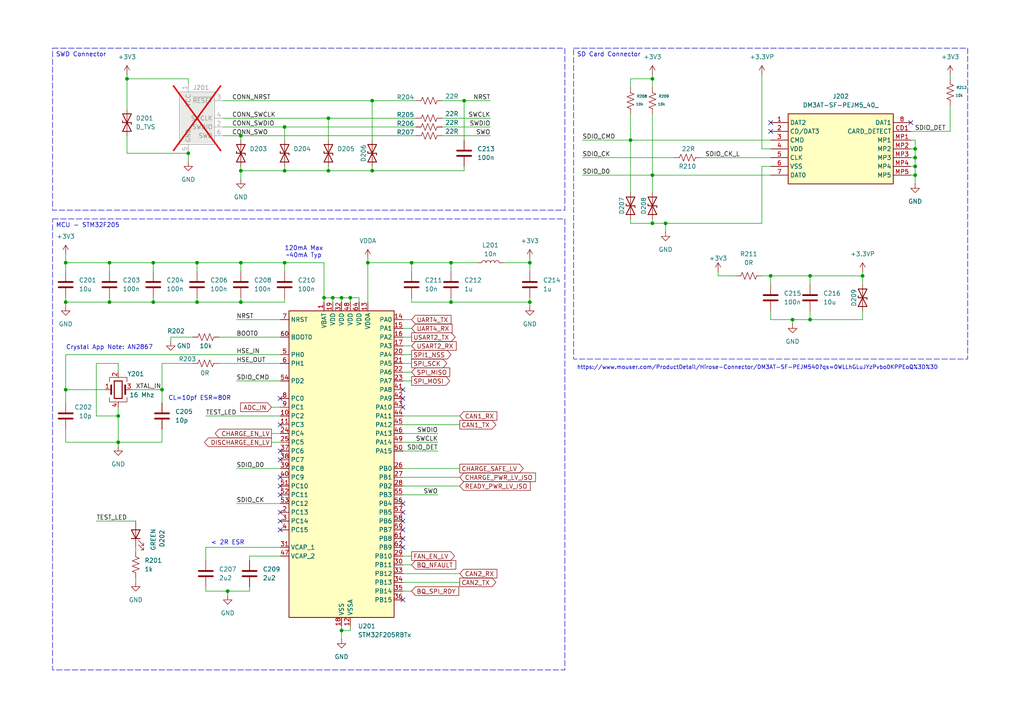
<source format=kicad_sch>
(kicad_sch (version 20231120) (generator "eeschema") (generator_version "8.0")
  (paper "A4")
  (title_block (title "STM32 Layout") (date "2025-01-10") (rev "A") (company "FSAE LSU") (comment 1 "Jacob Parent ") (comment 2 "parent.jacob7@protonmail.com"))
  (lib_symbols
    (symbol "Connector:Conn_ARM_SWD_TagConnect_TC2030" (in_bom no)
      (property "Reference" "J" (at 2.54 11.43 0))
      (property "Value" "Conn_ARM_SWD_TagConnect_TC2030" (at 5.08 8.89 0))
      (symbol "Conn_ARM_SWD_TagConnect_TC2030_0_0"
        (pin power_in line (at -2.54 10.16 270) (length 2.54) (name "VCC") (number "1"))
        (pin bidirectional line (at 7.62 -2.54 180) (length 2.54) (name "SWDIO") (number "2"))
        (pin open_collector line (at 7.62 5.08 180) (length 2.54) (name "~{RESET}") (number "3"))
        (pin output line (at 7.62 0 180) (length 2.54) (name "SWCLK") (number "4"))
        (pin power_in line (at -2.54 -10.16 90) (length 2.54) (name "GND") (number "5"))
        (pin input line (at 7.62 -5.08 180) (length 2.54) (name "SWO") (number "6"))
      )
    )
    (symbol "Device:C" (pin_numbers hide) (pin_names (offset 0.254))
      (property "Reference" "C" (at 0.635 2.54 0))
      (property "Value" "C" (at 0.635 -2.54 0))
      (symbol "C_1_1"
        (pin passive line (at 0 3.81 270) (length 2.794) (name "~") (number "1"))
        (pin passive line (at 0 -3.81 90) (length 2.794) (name "~") (number "2"))
      )
    )
    (symbol "Device:Crystal_GND24" (pin_names (offset 1.016) hide)
      (property "Reference" "Y" (at 3.175 5.08 0))
      (property "Value" "Crystal_GND24" (at 3.175 3.175 0))
      (symbol "Crystal_GND24_1_1"
        (pin passive line (at -3.81 0 0) (length 1.27) (name "1") (number "1"))
        (pin passive line (at 0 5.08 270) (length 1.27) (name "2") (number "2"))
        (pin passive line (at 3.81 0 180) (length 1.27) (name "3") (number "3"))
        (pin passive line (at 0 -5.08 90) (length 1.27) (name "4") (number "4"))
      )
    )
    (symbol "Device:D_TVS" (pin_numbers hide) (pin_names (offset 1.016) hide)
      (property "Reference" "D" (at 0 2.54 0))
      (property "Value" "D_TVS" (at 0 -2.54 0))
      (symbol "D_TVS_1_1"
        (pin passive line (at -3.81 0 0) (length 2.54) (name "A1") (number "1"))
        (pin passive line (at 3.81 0 180) (length 2.54) (name "A2") (number "2"))
      )
    )
    (symbol "Device:L" (pin_numbers hide) (pin_names (offset 1.016) hide)
      (property "Reference" "L201" (at 5.08 0 90))
      (property "Value" "10n" (at 2.54 0 90))
      (symbol "L_1_1"
        (pin power_out line (at 0 3.81 270) (length 1.27) (name "1") (number "1"))
        (pin power_in line (at 0 -3.81 90) (length 1.27) (name "2") (number "2"))
      )
    )
    (symbol "Device:LED" (pin_numbers hide) (pin_names (offset 1.016) hide)
      (property "Reference" "D" (at 0 2.54 0))
      (property "Value" "LED" (at 0 -2.54 0))
      (symbol "LED_1_1"
        (pin passive line (at -3.81 0 0) (length 2.54) (name "K") (number "1"))
        (pin passive line (at 3.81 0 180) (length 2.54) (name "A") (number "2"))
      )
    )
    (symbol "Device:R_US" (pin_numbers hide) (pin_names (offset 0))
      (property "Reference" "R" (at 2.54 0 90))
      (property "Value" "R_US" (at -2.54 0 90))
      (symbol "R_US_1_1"
        (pin passive line (at 0 3.81 270) (length 1.27) (name "~") (number "1"))
        (pin passive line (at 0 -3.81 90) (length 1.27) (name "~") (number "2"))
      )
    )
    (symbol "MCU_ST_STM32F2:STM32F205RBTx"
      (property "Reference" "U" (at -15.24 46.99 0))
      (property "Value" "STM32F205RBTx" (at 10.16 46.99 0))
      (symbol "STM32F205RBTx_1_1"
        (pin power_in line (at -5.08 48.26 270) (length 2.54) (name "VBAT") (number "1"))
        (pin bidirectional line (at -17.78 15.24 0) (length 2.54) (name "PC2") (number "10"))
        (pin bidirectional line (at -17.78 12.7 0) (length 2.54) (name "PC3") (number "11"))
        (pin power_in line (at 2.54 -45.72 90) (length 2.54) (name "VSSA") (number "12"))
        (pin power_in line (at 7.62 48.26 270) (length 2.54) (name "VDDA") (number "13"))
        (pin bidirectional line (at 17.78 43.18 180) (length 2.54) (name "PA0") (number "14"))
        (pin bidirectional line (at 17.78 40.64 180) (length 2.54) (name "PA1") (number "15"))
        (pin bidirectional line (at 17.78 38.1 180) (length 2.54) (name "PA2") (number "16"))
        (pin bidirectional line (at 17.78 35.56 180) (length 2.54) (name "PA3") (number "17"))
        (pin power_in line (at 0 -45.72 90) (length 2.54) (name "VSS") (number "18"))
        (pin power_in line (at -2.54 48.26 270) (length 2.54) (name "VDD") (number "19"))
        (pin bidirectional line (at -17.78 -12.7 0) (length 2.54) (name "PC13") (number "2"))
        (pin bidirectional line (at 17.78 33.02 180) (length 2.54) (name "PA4") (number "20"))
        (pin bidirectional line (at 17.78 30.48 180) (length 2.54) (name "PA5") (number "21"))
        (pin bidirectional line (at 17.78 27.94 180) (length 2.54) (name "PA6") (number "22"))
        (pin bidirectional line (at 17.78 25.4 180) (length 2.54) (name "PA7") (number "23"))
        (pin bidirectional line (at -17.78 10.16 0) (length 2.54) (name "PC4") (number "24"))
        (pin bidirectional line (at -17.78 7.62 0) (length 2.54) (name "PC5") (number "25"))
        (pin bidirectional line (at 17.78 0 180) (length 2.54) (name "PB0") (number "26"))
        (pin bidirectional line (at 17.78 -2.54 180) (length 2.54) (name "PB1") (number "27"))
        (pin bidirectional line (at 17.78 -5.08 180) (length 2.54) (name "PB2") (number "28"))
        (pin bidirectional line (at 17.78 -25.4 180) (length 2.54) (name "PB10") (number "29"))
        (pin bidirectional line (at -17.78 -15.24 0) (length 2.54) (name "PC14") (number "3"))
        (pin bidirectional line (at 17.78 -27.94 180) (length 2.54) (name "PB11") (number "30"))
        (pin power_out line (at -17.78 -22.86 0) (length 2.54) (name "VCAP_1") (number "31"))
        (pin power_in line (at 0 48.26 270) (length 2.54) (name "VDD") (number "32"))
        (pin bidirectional line (at 17.78 -30.48 180) (length 2.54) (name "PB12") (number "33"))
        (pin bidirectional line (at 17.78 -33.02 180) (length 2.54) (name "PB13") (number "34"))
        (pin bidirectional line (at 17.78 -35.56 180) (length 2.54) (name "PB14") (number "35"))
        (pin bidirectional line (at 17.78 -38.1 180) (length 2.54) (name "PB15") (number "36"))
        (pin bidirectional line (at -17.78 5.08 0) (length 2.54) (name "PC6") (number "37"))
        (pin bidirectional line (at -17.78 2.54 0) (length 2.54) (name "PC7") (number "38"))
        (pin bidirectional line (at -17.78 0 0) (length 2.54) (name "PC8") (number "39"))
        (pin bidirectional line (at -17.78 -17.78 0) (length 2.54) (name "PC15") (number "4"))
        (pin bidirectional line (at -17.78 -2.54 0) (length 2.54) (name "PC9") (number "40"))
        (pin bidirectional line (at 17.78 22.86 180) (length 2.54) (name "PA8") (number "41"))
        (pin bidirectional line (at 17.78 20.32 180) (length 2.54) (name "PA9") (number "42"))
        (pin bidirectional line (at 17.78 17.78 180) (length 2.54) (name "PA10") (number "43"))
        (pin bidirectional line (at 17.78 15.24 180) (length 2.54) (name "PA11") (number "44"))
        (pin bidirectional line (at 17.78 12.7 180) (length 2.54) (name "PA12") (number "45"))
        (pin bidirectional line (at 17.78 10.16 180) (length 2.54) (name "PA13") (number "46"))
        (pin power_out line (at -17.78 -25.4 0) (length 2.54) (name "VCAP_2") (number "47"))
        (pin power_in line (at 2.54 48.26 270) (length 2.54) (name "VDD") (number "48"))
        (pin bidirectional line (at 17.78 7.62 180) (length 2.54) (name "PA14") (number "49"))
        (pin bidirectional line (at -17.78 33.02 0) (length 2.54) (name "PH0") (number "5"))
        (pin bidirectional line (at 17.78 5.08 180) (length 2.54) (name "PA15") (number "50"))
        (pin bidirectional line (at -17.78 -5.08 0) (length 2.54) (name "PC10") (number "51"))
        (pin bidirectional line (at -17.78 -7.62 0) (length 2.54) (name "PC11") (number "52"))
        (pin bidirectional line (at -17.78 -10.16 0) (length 2.54) (name "PC12") (number "53"))
        (pin bidirectional line (at -17.78 25.4 0) (length 2.54) (name "PD2") (number "54"))
        (pin bidirectional line (at 17.78 -7.62 180) (length 2.54) (name "PB3") (number "55"))
        (pin bidirectional line (at 17.78 -10.16 180) (length 2.54) (name "PB4") (number "56"))
        (pin bidirectional line (at 17.78 -12.7 180) (length 2.54) (name "PB5") (number "57"))
        (pin bidirectional line (at 17.78 -15.24 180) (length 2.54) (name "PB6") (number "58"))
        (pin bidirectional line (at 17.78 -17.78 180) (length 2.54) (name "PB7") (number "59"))
        (pin bidirectional line (at -17.78 30.48 0) (length 2.54) (name "PH1") (number "6"))
        (pin input line (at -17.78 38.1 0) (length 2.54) (name "BOOT0") (number "60"))
        (pin bidirectional line (at 17.78 -20.32 180) (length 2.54) (name "PB8") (number "61"))
        (pin bidirectional line (at 17.78 -22.86 180) (length 2.54) (name "PB9") (number "62"))
        (pin passive line (at 0 -45.72 90) (length 2.54) hide (name "VSS") (number "63"))
        (pin power_in line (at 5.08 48.26 270) (length 2.54) (name "VDD") (number "64"))
        (pin input line (at -17.78 43.18 0) (length 2.54) (name "NRST") (number "7"))
        (pin bidirectional line (at -17.78 20.32 0) (length 2.54) (name "PC0") (number "8"))
        (pin bidirectional line (at -17.78 17.78 0) (length 2.54) (name "PC1") (number "9"))
      )
    )
    (symbol "R_US_1" (pin_numbers hide) (pin_names (offset 0))
      (property "Reference" "R214" (at 2.54 1.2701 0))
      (property "Value" "1M" (at 2.54 -1.2699 0))
      (symbol "R_US_1_1_1"
        (pin passive line (at 0 3.81 270) (length 1.27) (name "~") (number "1"))
        (pin power_out line (at 0 -3.81 90) (length 1.27) (name "~") (number "2"))
      )
    )
    (symbol "SDIO:DM3AT-SF-PEJM5_40_"
      (property "Reference" "J" (at 36.83 7.62 0))
      (property "Value" "DM3AT-SF-PEJM5_40_" (at 36.83 5.08 0))
      (symbol "DM3AT-SF-PEJM5_40__1_1"
        (pin passive line (at 0 0 0) (length 5.08) (name "DAT2") (number "1"))
        (pin passive line (at 0 -2.54 0) (length 5.08) (name "CD/DAT3") (number "2"))
        (pin passive line (at 0 -5.08 0) (length 5.08) (name "CMD") (number "3"))
        (pin passive line (at 0 -7.62 0) (length 5.08) (name "VDD") (number "4"))
        (pin passive line (at 0 -10.16 0) (length 5.08) (name "CLK") (number "5"))
        (pin passive line (at 0 -12.7 0) (length 5.08) (name "VSS") (number "6"))
        (pin passive line (at 0 -15.24 0) (length 5.08) (name "DAT0") (number "7"))
        (pin passive line (at 40.64 0 180) (length 5.08) (name "DAT1") (number "8"))
        (pin passive line (at 40.64 -2.54 180) (length 5.08) (name "CARD_DETECT") (number "CD1"))
        (pin passive line (at 40.64 -5.08 180) (length 5.08) (name "MP1") (number "MP1"))
        (pin passive line (at 40.64 -7.62 180) (length 5.08) (name "MP2") (number "MP2"))
        (pin passive line (at 40.64 -10.16 180) (length 5.08) (name "MP3") (number "MP3"))
        (pin passive line (at 40.64 -12.7 180) (length 5.08) (name "MP4") (number "MP4"))
        (pin passive line (at 40.64 -15.24 180) (length 5.08) (name "MP5") (number "MP5"))
      )
    )
    (symbol "power:+3.3VP" (power) (pin_numbers hide) (pin_names (offset 0) hide)
      (property "Value" "+3.3VP" (at 0 3.556 0))
      (symbol "+3.3VP_0_0"
        (pin power_in line (at 0 0 90) (length 0) (name "~") (number "1"))
      )
    )
    (symbol "power:+3V3" (power) (pin_numbers hide) (pin_names (offset 0) hide)
      (property "Value" "+3V3" (at 0 3.556 0))
      (symbol "+3V3_1_1"
        (pin power_in line (at 0 0 90) (length 0) (name "~") (number "1"))
      )
    )
    (symbol "power:GND" (power) (pin_numbers hide) (pin_names (offset 0) hide)
      (property "Value" "GND" (at 0 -3.81 0))
      (symbol "GND_1_1"
        (pin power_in line (at 0 0 270) (length 0) (name "~") (number "1"))
      )
    )
    (symbol "power:VDDA" (power) (pin_numbers hide) (pin_names (offset 0) hide)
      (property "Value" "VDDA" (at 0 3.556 0))
      (symbol "VDDA_1_1"
        (pin power_in line (at 0 0 90) (length 0) (name "~") (number "1"))
      )
    )
  )
  (junction (at 182.88 40.64))
  (junction (at 54.61 44.45))
  (junction (at 234.95 92.71))
  (junction (at 130.81 87.63))
  (junction (at 34.29 128.27))
  (junction (at 69.85 39.37))
  (junction (at 99.06 182.88))
  (junction (at 46.99 113.03))
  (junction (at 106.68 76.2))
  (junction (at 95.25 49.53))
  (junction (at 93.98 86.36))
  (junction (at 31.75 76.2))
  (junction (at 234.95 80.01))
  (junction (at 250.19 80.01))
  (junction (at 82.55 76.2))
  (junction (at 19.05 87.63))
  (junction (at 82.55 49.53))
  (junction (at 223.52 80.01))
  (junction (at 44.45 76.2))
  (junction (at 189.23 64.77))
  (junction (at 130.81 76.2))
  (junction (at 44.45 87.63))
  (junction (at 57.15 87.63))
  (junction (at 153.67 87.63))
  (junction (at 66.04 171.45))
  (junction (at 82.55 36.83))
  (junction (at 101.6 86.36))
  (junction (at 265.43 45.72))
  (junction (at 19.05 113.03))
  (junction (at 36.83 22.86))
  (junction (at 189.23 50.8))
  (junction (at 107.95 49.53))
  (junction (at 31.75 87.63))
  (junction (at 69.85 76.2))
  (junction (at 119.38 76.2))
  (junction (at 229.87 92.71))
  (junction (at 69.85 87.63))
  (junction (at 34.29 120.65))
  (junction (at 265.43 43.18))
  (junction (at 96.52 86.36))
  (junction (at 134.62 29.21))
  (junction (at 19.05 76.2))
  (junction (at 99.06 86.36))
  (junction (at 57.15 76.2))
  (junction (at 265.43 48.26))
  (junction (at 95.25 34.29))
  (junction (at 107.95 29.21))
  (junction (at 193.04 64.77))
  (junction (at 189.23 22.86))
  (junction (at 153.67 76.2))
  (junction (at 265.43 50.8))
  (junction (at 69.85 49.53))
  (no_connect (at 81.28 130.81))
  (no_connect (at 81.28 153.67))
  (no_connect (at 81.28 151.13))
  (no_connect (at 81.28 123.19))
  (no_connect (at 81.28 133.35))
  (no_connect (at 264.16 35.56))
  (no_connect (at 223.52 38.1))
  (no_connect (at 81.28 140.97))
  (no_connect (at 81.28 148.59))
  (no_connect (at 116.84 115.57))
  (no_connect (at 116.84 151.13))
  (no_connect (at 81.28 138.43))
  (no_connect (at 116.84 173.99))
  (no_connect (at 116.84 118.11))
  (no_connect (at 116.84 146.05))
  (no_connect (at 116.84 113.03))
  (no_connect (at 116.84 158.75))
  (no_connect (at 116.84 156.21))
  (no_connect (at 116.84 148.59))
  (no_connect (at 223.52 35.56))
  (no_connect (at 81.28 143.51))
  (no_connect (at 116.84 153.67))
  (no_connect (at 81.28 115.57))
  (wire (pts (xy 182.88 40.64) (xy 223.52 40.64)))
  (wire (pts (xy 106.68 74.93) (xy 106.68 76.2)))
  (wire (pts (xy 220.98 43.18) (xy 223.52 43.18)))
  (wire (pts (xy 234.95 80.01) (xy 250.19 80.01)))
  (wire (pts (xy 106.68 87.63) (xy 106.68 76.2)))
  (wire (pts (xy 223.52 92.71) (xy 223.52 90.17)))
  (wire (pts (xy 27.94 120.65) (xy 34.29 120.65)))
  (wire (pts (xy 116.84 105.41) (xy 119.38 105.41)))
  (wire (pts (xy 19.05 88.9) (xy 19.05 87.63)))
  (wire (pts (xy 36.83 21.59) (xy 36.83 22.86)))
  (wire (pts (xy 99.06 182.88) (xy 101.6 182.88)))
  (wire (pts (xy 93.98 86.36) (xy 93.98 87.63)))
  (wire (pts (xy 220.98 48.26) (xy 223.52 48.26)))
  (wire (pts (xy 96.52 86.36) (xy 96.52 87.63)))
  (wire (pts (xy 99.06 181.61) (xy 99.06 182.88)))
  (wire (pts (xy 107.95 49.53) (xy 107.95 48.26)))
  (wire (pts (xy 69.85 39.37) (xy 69.85 40.64)))
  (wire (pts (xy 134.62 40.64) (xy 134.62 29.21)))
  (wire (pts (xy 49.53 97.79) (xy 55.88 97.79)))
  (wire (pts (xy 64.77 36.83) (xy 82.55 36.83)))
  (wire (pts (xy 116.84 92.71) (xy 119.38 92.71)))
  (wire (pts (xy 54.61 44.45) (xy 36.83 44.45)))
  (wire (pts (xy 68.58 92.71) (xy 81.28 92.71)))
  (wire (pts (xy 66.04 171.45) (xy 59.69 171.45)))
  (wire (pts (xy 59.69 162.56) (xy 59.69 158.75)))
  (wire (pts (xy 82.55 76.2) (xy 82.55 78.74)))
  (wire (pts (xy 220.98 21.59) (xy 220.98 43.18)))
  (wire (pts (xy 96.52 86.36) (xy 99.06 86.36)))
  (wire (pts (xy 182.88 22.86) (xy 182.88 25.4)))
  (wire (pts (xy 153.67 88.9) (xy 153.67 87.63)))
  (wire (pts (xy 46.99 113.03) (xy 46.99 116.84)))
  (wire (pts (xy 19.05 76.2) (xy 19.05 78.74)))
  (wire (pts (xy 82.55 87.63) (xy 82.55 86.36)))
  (wire (pts (xy 69.85 39.37) (xy 120.65 39.37)))
  (wire (pts (xy 57.15 76.2) (xy 57.15 78.74)))
  (wire (pts (xy 128.27 39.37) (xy 142.24 39.37)))
  (wire (pts (xy 153.67 86.36) (xy 153.67 87.63)))
  (wire (pts (xy 189.23 22.86) (xy 189.23 25.4)))
  (wire (pts (xy 189.23 33.02) (xy 189.23 50.8)))
  (wire (pts (xy 101.6 86.36) (xy 104.14 86.36)))
  (wire (pts (xy 119.38 163.83) (xy 116.84 163.83)))
  (wire (pts (xy 134.62 49.53) (xy 134.62 48.26)))
  (wire (pts (xy 93.98 76.2) (xy 93.98 86.36)))
  (wire (pts (xy 34.29 120.65) (xy 34.29 128.27)))
  (wire (pts (xy 72.39 161.29) (xy 81.28 161.29)))
  (wire (pts (xy 107.95 29.21) (xy 120.65 29.21)))
  (wire (pts (xy 189.23 50.8) (xy 189.23 55.88)))
  (wire (pts (xy 116.84 97.79) (xy 119.38 97.79)))
  (wire (pts (xy 116.84 107.95) (xy 119.38 107.95)))
  (wire (pts (xy 66.04 172.72) (xy 66.04 171.45)))
  (wire (pts (xy 44.45 76.2) (xy 44.45 78.74)))
  (wire (pts (xy 82.55 87.63) (xy 69.85 87.63)))
  (wire (pts (xy 223.52 80.01) (xy 234.95 80.01)))
  (wire (pts (xy 63.5 105.41) (xy 81.28 105.41)))
  (wire (pts (xy 203.2 45.72) (xy 223.52 45.72)))
  (wire (pts (xy 78.74 125.73) (xy 81.28 125.73)))
  (wire (pts (xy 54.61 46.99) (xy 54.61 44.45)))
  (wire (pts (xy 68.58 146.05) (xy 81.28 146.05)))
  (wire (pts (xy 66.04 171.45) (xy 72.39 171.45)))
  (wire (pts (xy 19.05 87.63) (xy 31.75 87.63)))
  (wire (pts (xy 82.55 36.83) (xy 82.55 40.64)))
  (wire (pts (xy 134.62 29.21) (xy 142.24 29.21)))
  (wire (pts (xy 250.19 80.01) (xy 250.19 82.55)))
  (wire (pts (xy 119.38 78.74) (xy 119.38 76.2)))
  (wire (pts (xy 95.25 34.29) (xy 120.65 34.29)))
  (wire (pts (xy 19.05 113.03) (xy 19.05 116.84)))
  (wire (pts (xy 34.29 105.41) (xy 27.94 105.41)))
  (wire (pts (xy 69.85 49.53) (xy 69.85 52.07)))
  (wire (pts (xy 46.99 105.41) (xy 46.99 113.03)))
  (wire (pts (xy 250.19 78.74) (xy 250.19 80.01)))
  (wire (pts (xy 116.84 166.37) (xy 133.35 166.37)))
  (wire (pts (xy 106.68 76.2) (xy 119.38 76.2)))
  (wire (pts (xy 69.85 49.53) (xy 69.85 48.26)))
  (wire (pts (xy 82.55 49.53) (xy 82.55 48.26)))
  (wire (pts (xy 95.25 49.53) (xy 95.25 48.26)))
  (wire (pts (xy 182.88 22.86) (xy 189.23 22.86)))
  (wire (pts (xy 153.67 76.2) (xy 153.67 78.74)))
  (wire (pts (xy 34.29 128.27) (xy 46.99 128.27)))
  (wire (pts (xy 128.27 36.83) (xy 142.24 36.83)))
  (wire (pts (xy 64.77 29.21) (xy 107.95 29.21)))
  (wire (pts (xy 119.38 87.63) (xy 130.81 87.63)))
  (wire (pts (xy 93.98 86.36) (xy 96.52 86.36)))
  (wire (pts (xy 146.05 76.2) (xy 153.67 76.2)))
  (wire (pts (xy 57.15 87.63) (xy 69.85 87.63)))
  (wire (pts (xy 31.75 76.2) (xy 44.45 76.2)))
  (wire (pts (xy 34.29 107.95) (xy 34.29 105.41)))
  (wire (pts (xy 116.84 138.43) (xy 133.35 138.43)))
  (wire (pts (xy 95.25 34.29) (xy 95.25 40.64)))
  (wire (pts (xy 99.06 86.36) (xy 99.06 87.63)))
  (wire (pts (xy 46.99 105.41) (xy 55.88 105.41)))
  (wire (pts (xy 265.43 40.64) (xy 265.43 43.18)))
  (wire (pts (xy 44.45 86.36) (xy 44.45 87.63)))
  (wire (pts (xy 119.38 76.2) (xy 130.81 76.2)))
  (wire (pts (xy 116.84 161.29) (xy 119.38 161.29)))
  (wire (pts (xy 189.23 64.77) (xy 193.04 64.77)))
  (wire (pts (xy 116.84 128.27) (xy 127 128.27)))
  (wire (pts (xy 107.95 49.53) (xy 134.62 49.53)))
  (wire (pts (xy 229.87 92.71) (xy 229.87 93.98)))
  (wire (pts (xy 19.05 76.2) (xy 31.75 76.2)))
  (wire (pts (xy 82.55 76.2) (xy 93.98 76.2)))
  (wire (pts (xy 275.59 21.59) (xy 275.59 22.86)))
  (wire (pts (xy 182.88 64.77) (xy 182.88 63.5)))
  (wire (pts (xy 130.81 76.2) (xy 138.43 76.2)))
  (wire (pts (xy 99.06 182.88) (xy 99.06 185.42)))
  (wire (pts (xy 265.43 50.8) (xy 264.16 50.8)))
  (wire (pts (xy 64.77 34.29) (xy 95.25 34.29)))
  (wire (pts (xy 31.75 87.63) (xy 31.75 86.36)))
  (wire (pts (xy 34.29 118.11) (xy 34.29 120.65)))
  (wire (pts (xy 168.91 40.64) (xy 182.88 40.64)))
  (wire (pts (xy 101.6 182.88) (xy 101.6 181.61)))
  (wire (pts (xy 168.91 50.8) (xy 189.23 50.8)))
  (wire (pts (xy 82.55 49.53) (xy 95.25 49.53)))
  (wire (pts (xy 54.61 22.86) (xy 54.61 24.13)))
  (wire (pts (xy 275.59 30.48) (xy 275.59 38.1)))
  (wire (pts (xy 19.05 86.36) (xy 19.05 87.63)))
  (wire (pts (xy 189.23 50.8) (xy 223.52 50.8)))
  (wire (pts (xy 59.69 120.65) (xy 81.28 120.65)))
  (wire (pts (xy 78.74 128.27) (xy 81.28 128.27)))
  (wire (pts (xy 116.84 125.73) (xy 127 125.73)))
  (wire (pts (xy 116.84 102.87) (xy 119.38 102.87)))
  (wire (pts (xy 193.04 64.77) (xy 193.04 67.31)))
  (wire (pts (xy 128.27 34.29) (xy 142.24 34.29)))
  (wire (pts (xy 44.45 76.2) (xy 57.15 76.2)))
  (wire (pts (xy 69.85 86.36) (xy 69.85 87.63)))
  (wire (pts (xy 78.74 118.11) (xy 81.28 118.11)))
  (wire (pts (xy 59.69 170.18) (xy 59.69 171.45)))
  (wire (pts (xy 220.98 80.01) (xy 223.52 80.01)))
  (wire (pts (xy 19.05 128.27) (xy 19.05 124.46)))
  (wire (pts (xy 193.04 64.77) (xy 220.98 64.77)))
  (wire (pts (xy 264.16 45.72) (xy 265.43 45.72)))
  (wire (pts (xy 38.1 113.03) (xy 46.99 113.03)))
  (wire (pts (xy 234.95 92.71) (xy 229.87 92.71)))
  (wire (pts (xy 107.95 29.21) (xy 107.95 40.64)))
  (wire (pts (xy 220.98 48.26) (xy 220.98 64.77)))
  (wire (pts (xy 116.84 100.33) (xy 119.38 100.33)))
  (wire (pts (xy 130.81 78.74) (xy 130.81 76.2)))
  (wire (pts (xy 27.94 151.13) (xy 39.37 151.13)))
  (wire (pts (xy 116.84 110.49) (xy 119.38 110.49)))
  (wire (pts (xy 36.83 44.45) (xy 36.83 39.37)))
  (wire (pts (xy 119.38 87.63) (xy 119.38 86.36)))
  (wire (pts (xy 133.35 140.97) (xy 116.84 140.97)))
  (wire (pts (xy 264.16 38.1) (xy 275.59 38.1)))
  (wire (pts (xy 116.84 123.19) (xy 133.35 123.19)))
  (wire (pts (xy 265.43 50.8) (xy 265.43 53.34)))
  (wire (pts (xy 49.53 99.06) (xy 49.53 97.79)))
  (wire (pts (xy 27.94 105.41) (xy 27.94 120.65)))
  (wire (pts (xy 36.83 22.86) (xy 36.83 31.75)))
  (wire (pts (xy 64.77 39.37) (xy 69.85 39.37)))
  (wire (pts (xy 116.84 168.91) (xy 133.35 168.91)))
  (wire (pts (xy 208.28 78.74) (xy 208.28 80.01)))
  (wire (pts (xy 101.6 86.36) (xy 101.6 87.63)))
  (wire (pts (xy 69.85 76.2) (xy 69.85 78.74)))
  (wire (pts (xy 265.43 43.18) (xy 265.43 45.72)))
  (wire (pts (xy 116.84 120.65) (xy 133.35 120.65)))
  (wire (pts (xy 119.38 95.25) (xy 116.84 95.25)))
  (wire (pts (xy 39.37 158.75) (xy 39.37 160.02)))
  (wire (pts (xy 128.27 29.21) (xy 134.62 29.21)))
  (wire (pts (xy 223.52 80.01) (xy 223.52 82.55)))
  (wire (pts (xy 69.85 49.53) (xy 82.55 49.53)))
  (wire (pts (xy 234.95 80.01) (xy 234.95 82.55)))
  (wire (pts (xy 46.99 128.27) (xy 46.99 124.46)))
  (wire (pts (xy 57.15 86.36) (xy 57.15 87.63)))
  (wire (pts (xy 39.37 167.64) (xy 39.37 168.91)))
  (wire (pts (xy 130.81 87.63) (xy 153.67 87.63)))
  (wire (pts (xy 264.16 40.64) (xy 265.43 40.64)))
  (wire (pts (xy 208.28 80.01) (xy 213.36 80.01)))
  (wire (pts (xy 82.55 36.83) (xy 120.65 36.83)))
  (wire (pts (xy 57.15 76.2) (xy 69.85 76.2)))
  (wire (pts (xy 182.88 40.64) (xy 182.88 55.88)))
  (wire (pts (xy 189.23 64.77) (xy 189.23 63.5)))
  (wire (pts (xy 182.88 33.02) (xy 182.88 40.64)))
  (wire (pts (xy 72.39 162.56) (xy 72.39 161.29)))
  (wire (pts (xy 34.29 129.54) (xy 34.29 128.27)))
  (wire (pts (xy 68.58 135.89) (xy 81.28 135.89)))
  (wire (pts (xy 234.95 92.71) (xy 234.95 90.17)))
  (wire (pts (xy 116.84 135.89) (xy 133.35 135.89)))
  (wire (pts (xy 95.25 49.53) (xy 107.95 49.53)))
  (wire (pts (xy 234.95 92.71) (xy 250.19 92.71)))
  (wire (pts (xy 19.05 128.27) (xy 34.29 128.27)))
  (wire (pts (xy 116.84 143.51) (xy 127 143.51)))
  (wire (pts (xy 182.88 64.77) (xy 189.23 64.77)))
  (wire (pts (xy 116.84 130.81) (xy 127 130.81)))
  (wire (pts (xy 116.84 171.45) (xy 119.38 171.45)))
  (wire (pts (xy 168.91 45.72) (xy 195.58 45.72)))
  (wire (pts (xy 30.48 113.03) (xy 19.05 113.03)))
  (wire (pts (xy 19.05 113.03) (xy 19.05 102.87)))
  (wire (pts (xy 19.05 102.87) (xy 81.28 102.87)))
  (wire (pts (xy 36.83 22.86) (xy 54.61 22.86)))
  (wire (pts (xy 104.14 86.36) (xy 104.14 87.63)))
  (wire (pts (xy 250.19 92.71) (xy 250.19 90.17)))
  (wire (pts (xy 19.05 73.66) (xy 19.05 76.2)))
  (wire (pts (xy 99.06 86.36) (xy 101.6 86.36)))
  (wire (pts (xy 31.75 76.2) (xy 31.75 78.74)))
  (wire (pts (xy 189.23 21.59) (xy 189.23 22.86)))
  (wire (pts (xy 265.43 48.26) (xy 265.43 50.8)))
  (wire (pts (xy 44.45 87.63) (xy 57.15 87.63)))
  (wire (pts (xy 31.75 87.63) (xy 44.45 87.63)))
  (wire (pts (xy 153.67 74.93) (xy 153.67 76.2)))
  (wire (pts (xy 69.85 76.2) (xy 82.55 76.2)))
  (wire (pts (xy 63.5 97.79) (xy 81.28 97.79)))
  (wire (pts (xy 130.81 87.63) (xy 130.81 86.36)))
  (wire (pts (xy 68.58 110.49) (xy 81.28 110.49)))
  (wire (pts (xy 72.39 170.18) (xy 72.39 171.45)))
  (wire (pts (xy 59.69 158.75) (xy 81.28 158.75)))
  (wire (pts (xy 229.87 92.71) (xy 223.52 92.71)))
  (wire (pts (xy 265.43 45.72) (xy 265.43 48.26)))
  (wire (pts (xy 264.16 43.18) (xy 265.43 43.18)))
  (wire (pts (xy 264.16 48.26) (xy 265.43 48.26)))
  (text_box "SD Card Connector\n" (at 166.37 13.97 0) (size 114.3 90.17) (stroke (width 0) (type dash)) (effects (font (size 1.27 1.27)) (justify left top)))
  (text_box "MCU - STM32F205\n" (at 15.24 63.5 0) (size 148.59 130.81) (stroke (width 0) (type dash)) (effects (font (size 1.27 1.27)) (justify left top)))
  (text_box "SWD Connector" (at 15.24 13.97 0) (size 148.59 46.99) (stroke (width 0) (type dash)) (effects (font (size 1.27 1.27)) (justify left top)))
  (text "Crystal App Note: AN2867\n" (at 31.75 100.838 0) (effects (font (size 1.27 1.27))))
  (text "https://www.mouser.com/ProductDetail/Hirose-Connector/DM3AT-SF-PEJM540?qs=0WLLhGLuJYzPvbo0KPPEoQ%3D%3D" (at 219.71 106.68 0) (effects (font (size 1.143 1.143))))
  (text "120mA Max\n~40mA Typ\n" (at 88.138 73.152 0) (effects (font (size 1.27 1.27))))
  (text "< 2R ESR\n" (at 66.04 157.48 0) (effects (font (size 1.27 1.27))))
  (text "CL=10pf ESR=80R" (at 57.912 115.57 0) (effects (font (size 1.27 1.27))))
  (label "SDIO_CK" (at 68.58 146.05 0))
  (label "HSE_IN" (at 68.58 102.87 0))
  (label "CONN_SWDIO" (at 67.31 36.83 0))
  (label "SWDIO" (at 127 125.73 180))
  (label "TEST_LED" (at 59.69 120.65 0))
  (label "SDIO_DET" (at 127 130.81 180))
  (label "SWCLK" (at 142.24 34.29 180))
  (label "SDIO_CMD" (at 168.91 40.64 0))
  (label "CONN_SWCLK" (at 67.31 34.29 0))
  (label "NRST" (at 68.58 92.71 0))
  (label "XTAL_IN" (at 39.37 113.03 0))
  (label "HSE_OUT" (at 68.58 105.41 0))
  (label "SDIO_DET" (at 274.32 38.1 180))
  (label "SWO" (at 142.24 39.37 180))
  (label "SDIO_CMD" (at 68.58 110.49 0))
  (label "BOOT0" (at 68.58 97.79 0))
  (label "SDIO_D0" (at 168.91 50.8 0))
  (label "SDIO_CK" (at 168.91 45.72 0))
  (label "SDIO_D0" (at 68.58 135.89 0))
  (label "TEST_LED" (at 27.94 151.13 0))
  (label "SWO" (at 127 143.51 180))
  (label "SWDIO" (at 142.24 36.83 180))
  (label "NRST" (at 142.24 29.21 180))
  (label "CONN_SWO" (at 67.31 39.37 0))
  (label "SDIO_CK_L" (at 214.63 45.72 180))
  (label "CONN_NRST" (at 67.31 29.21 0))
  (label "SWCLK" (at 127 128.27 180))
  (global_label "SPI_MOSI" (shape output) (at 119.38 110.49 0) (property "Intersheetrefs" "${INTERSHEET_REFS}" (effects (hide yes))))
  (global_label "CAN1_RX" (shape input) (at 133.35 120.65 0) (property "Intersheetrefs" "${INTERSHEET_REFS}" (effects (hide yes))))
  (global_label "FAN_EN_LV" (shape output) (at 119.38 161.29 0) (property "Intersheetrefs" "${INTERSHEET_REFS}" (effects (hide yes))))
  (global_label "CAN1_TX" (shape output) (at 133.35 123.19 0) (property "Intersheetrefs" "${INTERSHEET_REFS}" (effects (hide yes))))
  (global_label "SPI1_NSS" (shape output) (at 119.38 102.87 0) (property "Intersheetrefs" "${INTERSHEET_REFS}" (effects (hide yes))))
  (global_label "ADC_IN" (shape input) (at 78.74 118.11 180) (property "Intersheetrefs" "${INTERSHEET_REFS}" (effects (hide yes))))
  (global_label "USART2_RX" (shape input) (at 119.38 100.33 0) (property "Intersheetrefs" "${INTERSHEET_REFS}" (effects (hide yes))))
  (global_label "DISCHARGE_EN_LV" (shape output) (at 78.74 128.27 180) (property "Intersheetrefs" "${INTERSHEET_REFS}" (effects (hide yes))))
  (global_label "UART4_TX" (shape input) (at 119.38 92.71 0) (property "Intersheetrefs" "${INTERSHEET_REFS}" (effects (hide yes))))
  (global_label "SPI_MISO" (shape input) (at 119.38 107.95 0) (property "Intersheetrefs" "${INTERSHEET_REFS}" (effects (hide yes))))
  (global_label "CHARGE_SAFE_LV" (shape output) (at 133.35 135.89 0) (property "Intersheetrefs" "${INTERSHEET_REFS}" (effects (hide yes))))
  (global_label "BQ_NFAULT" (shape input) (at 119.38 163.83 0) (property "Intersheetrefs" "${INTERSHEET_REFS}" (effects (hide yes))))
  (global_label "UART4_RX" (shape input) (at 119.38 95.25 0) (property "Intersheetrefs" "${INTERSHEET_REFS}" (effects (hide yes))))
  (global_label "USART2_TX" (shape output) (at 119.38 97.79 0) (property "Intersheetrefs" "${INTERSHEET_REFS}" (effects (hide yes))))
  (global_label "CHARGE_PWR_LV_ISO" (shape input) (at 133.35 138.43 0) (property "Intersheetrefs" "${INTERSHEET_REFS}" (effects (hide yes))))
  (global_label "CAN2_TX" (shape output) (at 133.35 168.91 0) (property "Intersheetrefs" "${INTERSHEET_REFS}" (effects (hide yes))))
  (global_label "BQ_SPI_RDY" (shape input) (at 119.38 171.45 0) (property "Intersheetrefs" "${INTERSHEET_REFS}" (effects (hide yes))))
  (global_label "SPI_SCK" (shape output) (at 119.38 105.41 0) (property "Intersheetrefs" "${INTERSHEET_REFS}" (effects (hide yes))))
  (global_label "CHARGE_EN_LV" (shape output) (at 78.74 125.73 180) (property "Intersheetrefs" "${INTERSHEET_REFS}" (effects (hide yes))))
  (global_label "CAN2_RX" (shape input) (at 133.35 166.37 0) (property "Intersheetrefs" "${INTERSHEET_REFS}" (effects (hide yes))))
  (global_label "READY_PWR_LV_ISO" (shape input) (at 133.35 140.97 0) (property "Intersheetrefs" "${INTERSHEET_REFS}" (effects (hide yes))))
  (symbol (lib_id "power:GND") (at 193.04 67.31 0) (unit 1)
    (property "Reference" "#PWR0215" (effects (hide yes)))
    (property "Value" "GND" (at 193.04 72.39 0))
    (property "Description" "Power symbol creates a global label with name \"GND\" , ground" (effects (hide yes)))
  )
  (symbol (lib_id "Device:D_TVS") (at 69.85 44.45 90) (unit 1)
    (property "Reference" "D203" (at 72.39 43.1799 90) (effects (justify right)))
    (property "Value" "D_TVS" (effects (hide yes)))
    (property "Footprint" "Diode_SMD:D_SOD-323" (effects (hide yes)))
    (property "Description" "Bidirectional transient-voltage-suppression diode" (effects (hide yes)))
    (property "Manufacturer_Part_Number" "PESD3V3L1BA,115" (effects (hide yes)))
  )
  (symbol (lib_id "power:GND") (at 54.61 46.99 0) (unit 1)
    (property "Reference" "#PWR0207" (effects (hide yes)))
    (property "Value" "GND" (at 54.61 52.07 0))
    (property "Description" "Power symbol creates a global label with name \"GND\" , ground" (effects (hide yes)))
  )
  (symbol (lib_id "power:GND") (at 229.87 93.98 0) (unit 1)
    (property "Reference" "#PWR0218" (effects (hide yes)))
    (property "Value" "GND" (at 229.87 99.06 0))
    (property "Description" "Power symbol creates a global label with name \"GND\" , ground" (effects (hide yes)))
  )
  (symbol (lib_name "R_US_1") (lib_id "Device:R_US") (at 217.17 80.01 90) (unit 1)
    (property "Reference" "R211" (at 217.17 73.66 90))
    (property "Value" "0R" (at 217.17 76.2 90))
    (property "Footprint" "Resistor_SMD:R_2512_6332Metric" (effects (hide yes)))
    (property "Description" "Resistor, US symbol" (effects (hide yes)))
    (property "Manufacturer_Part_Number" "25121WJ0000T4E" (effects (hide yes)))
  )
  (symbol (lib_id "Device:D_TVS") (at 36.83 35.56 90) (unit 1)
    (property "Reference" "D201" (at 39.37 34.2899 90) (effects (justify right)))
    (property "Value" "D_TVS" (at 39.37 36.8299 90) (effects (justify right)))
    (property "Footprint" "Diode_SMD:D_SOD-323" (effects (hide yes)))
    (property "Description" "Bidirectional transient-voltage-suppression diode" (effects (hide yes)))
    (property "Manufacturer_Part_Number" "PESD3V3L1BA,115" (effects (hide yes)))
  )
  (symbol (lib_id "Device:R_US") (at 124.46 36.83 90) (unit 1)
    (property "Reference" "R206" (at 117.602 35.814 90))
    (property "Value" "22R" (at 131.064 35.56 90))
    (property "Footprint" "Resistor_SMD:R_0402_1005Metric" (effects (hide yes)))
    (property "Description" "Resistor, US symbol" (effects (hide yes)))
    (property "Manufacturer_Part_Number" "0402WGF220JTCE" (effects (hide yes)))
  )
  (symbol (lib_id "Device:C") (at 234.95 86.36 0) (unit 1)
    (property "Reference" "C216" (at 238.76 85.0899 0) (effects (justify left)))
    (property "Value" "10u" (at 238.76 87.6299 0) (effects (justify left)))
    (property "Footprint" "Capacitor_SMD:C_0603_1608Metric" (effects (hide yes)))
    (property "Description" "Unpolarized capacitor" (effects (hide yes)))
    (property "Manufacturer_Part_Number" "CL10A106KP8NNNC" (effects (hide yes)))
  )
  (symbol (lib_id "MCU_ST_STM32F2:STM32F205RBTx") (at 99.06 135.89 0) (unit 1)
    (property "Reference" "U201" (at 103.7941 181.61 0) (effects (justify left)))
    (property "Value" "STM32F205RBTx" (at 103.7941 184.15 0) (effects (justify left)))
    (property "Footprint" "Package_QFP:LQFP-64_10x10mm_P0.5mm" (effects (hide yes)))
    (property "Datasheet" "https://www.st.com/resource/en/datasheet/stm32f205rb.pdf" (effects (hide yes)))
    (property "Description" "STMicroelectronics Arm Cortex-M3 MCU, 128KB flash, 64KB RAM, 120 MHz, 1.8-3.6V, 51 GPIO, LQFP64" (effects (hide yes)))
    (property "Manufacturer_Part_Number" "STM32F205RBT6" (effects (hide yes)))
  )
  (symbol (lib_id "Device:R_US") (at 59.69 105.41 90) (unit 1)
    (property "Reference" "R203" (at 54.356 104.14 90))
    (property "Value" "0R" (at 59.436 108.204 90))
    (property "Footprint" "Resistor_SMD:R_0402_1005Metric" (effects (hide yes)))
    (property "Description" "Resistor, US symbol" (effects (hide yes)))
    (property "Manufacturer_Part_Number" "0402WGF0000TCE" (effects (hide yes)))
  )
  (symbol (lib_id "Device:C") (at 119.38 82.55 0) (unit 1)
    (property "Reference" "C211" (at 123.19 81.2799 0) (effects (justify left)))
    (property "Value" "10n" (at 123.19 83.8199 0) (effects (justify left)))
    (property "Footprint" "Capacitor_SMD:C_0402_1005Metric" (effects (hide yes)))
    (property "Description" "Unpolarized capacitor" (effects (hide yes)))
    (property "Manufacturer_Part_Number" "CC0402KRX7R9BB103" (effects (hide yes)))
  )
  (symbol (lib_id "power:GND") (at 19.05 88.9 0) (unit 1)
    (property "Reference" "#PWR0202" (effects (hide yes)))
    (property "Value" "GND" (at 19.05 93.98 0))
    (property "Description" "Power symbol creates a global label with name \"GND\" , ground" (effects (hide yes)))
  )
  (symbol (lib_id "power:GND") (at 66.04 172.72 0) (unit 1)
    (property "Reference" "#PWR0208" (effects (hide yes)))
    (property "Value" "GND" (at 66.04 177.8 0))
    (property "Description" "Power symbol creates a global label with name \"GND\" , ground" (effects (hide yes)))
  )
  (symbol (lib_id "Device:C") (at 130.81 82.55 0) (unit 1)
    (property "Reference" "C212" (at 134.62 81.2799 0) (effects (justify left)))
    (property "Value" "1u" (at 134.62 83.8199 0) (effects (justify left)))
    (property "Footprint" "Capacitor_SMD:C_0402_1005Metric" (effects (hide yes)))
    (property "Description" "Unpolarized capacitor" (effects (hide yes)))
    (property "Manufacturer_Part_Number" "CL05A105KO5NNNC" (effects (hide yes)))
  )
  (symbol (lib_id "power:GND") (at 265.43 53.34 0) (unit 1)
    (property "Reference" "#PWR0220" (effects (hide yes)))
    (property "Value" "GND" (at 265.43 58.42 0))
    (property "Description" "Power symbol creates a global label with name \"GND\" , ground" (effects (hide yes)))
  )
  (symbol (lib_id "power:+3V3") (at 36.83 21.59 0) (unit 1)
    (property "Reference" "#PWR0204" (effects (hide yes)))
    (property "Value" "+3V3" (at 36.83 16.51 0))
    (property "Description" "Power symbol creates a global label with name \"+3V3\"" (effects (hide yes)))
  )
  (symbol (lib_id "Device:C") (at 46.99 120.65 0) (unit 1)
    (property "Reference" "C205" (at 50.8 119.3799 0) (effects (justify left)))
    (property "Value" "10p" (at 50.8 121.9199 0) (effects (justify left)))
    (property "Footprint" "Capacitor_SMD:C_0402_1005Metric" (effects (hide yes)))
    (property "Description" "Unpolarized capacitor" (effects (hide yes)))
    (property "Manufacturer_Part_Number" "GRM1555C1H100FA01D" (effects (hide yes)))
  )
  (symbol (lib_id "Device:R_US") (at 182.88 29.21 0) (unit 1)
    (property "Reference" "R208" (at 184.658 27.94 0) (effects (font (size 0.762 0.762)) (justify left)))
    (property "Value" "10k" (at 184.404 30.226 0) (effects (font (size 0.762 0.762)) (justify left)))
    (property "Footprint" "Resistor_SMD:R_0402_1005Metric" (effects (hide yes)))
    (property "Description" "Resistor, US symbol" (effects (hide yes)))
    (property "Manufacturer_Part_Number" "0402WGF1001TCE" (effects (hide yes)))
  )
  (symbol (lib_id "power:GND") (at 69.85 52.07 0) (unit 1)
    (property "Reference" "#PWR0209" (effects (hide yes)))
    (property "Value" "GND" (at 69.85 57.15 0))
    (property "Description" "Power symbol creates a global label with name \"GND\" , ground" (effects (hide yes)))
  )
  (symbol (lib_id "power:GND") (at 39.37 168.91 0) (unit 1)
    (property "Reference" "#PWR0205" (effects (hide yes)))
    (property "Value" "GND" (at 39.37 173.99 0))
    (property "Description" "Power symbol creates a global label with name \"GND\" , ground" (effects (hide yes)))
  )
  (symbol (lib_id "Connector:Conn_ARM_SWD_TagConnect_TC2030") (at 57.15 34.29 0) (unit 1) (in_bom no) (dnp yes)
    (property "Reference" "J201" (at 60.706 25.4 0) (effects (justify right)))
    (property "Value" "Conn_ARM_SWD_TagConnect_TC2030" (effects (hide yes)))
    (property "Footprint" "Connector:Tag-Connect_TC2030-IDC-FP_2x03_P1.27mm_Vertical" (effects (hide yes)))
    (property "Datasheet" "https://www.tag-connect.com/wp-content/uploads/bsk-pdf-manager/TC2030-CTX_1.pdf" (effects (hide yes)))
    (property "Description" "Tag-Connect ARM Cortex SWD JTAG connector, 6 pin" (effects (hide yes)))
  )
  (symbol (lib_id "Device:C") (at 223.52 86.36 0) (unit 1)
    (property "Reference" "C215" (at 227.33 85.0899 0) (effects (justify left)))
    (property "Value" "100n" (at 227.33 87.6299 0) (effects (justify left)))
    (property "Footprint" "Capacitor_SMD:C_0402_1005Metric" (effects (hide yes)))
    (property "Description" "Unpolarized capacitor" (effects (hide yes)))
    (property "Manufacturer_Part_Number" "CL05B104KO5NNNC" (effects (hide yes)))
  )
  (symbol (lib_id "Device:R_US") (at 124.46 29.21 90) (unit 1)
    (property "Reference" "R204" (at 117.602 28.194 90))
    (property "Value" "22R" (at 131.064 27.94 90))
    (property "Footprint" "Resistor_SMD:R_0402_1005Metric" (effects (hide yes)))
    (property "Description" "Resistor, US symbol" (effects (hide yes)))
    (property "Manufacturer_Part_Number" "0402WGF220JTCE" (effects (hide yes)))
  )
  (symbol (lib_id "power:GND") (at 153.67 88.9 0) (unit 1)
    (property "Reference" "#PWR0213" (effects (hide yes)))
    (property "Value" "GND" (at 153.67 93.98 0))
    (property "Description" "Power symbol creates a global label with name \"GND\" , ground" (effects (hide yes)))
  )
  (symbol (lib_id "Device:C") (at 19.05 120.65 0) (unit 1)
    (property "Reference" "C202" (at 21.59 118.11 0) (effects (justify left)))
    (property "Value" "10p" (at 22.86 120.65 0) (effects (justify left)))
    (property "Footprint" "Capacitor_SMD:C_0402_1005Metric" (effects (hide yes)))
    (property "Description" "Unpolarized capacitor" (effects (hide yes)))
    (property "Manufacturer_Part_Number" "GRM1555C1H100FA01D" (effects (hide yes)))
  )
  (symbol (lib_id "Device:R_US") (at 199.39 45.72 90) (unit 1)
    (property "Reference" "R210" (at 199.39 48.26 90))
    (property "Value" "22R" (at 199.644 43.18 90))
    (property "Footprint" "Resistor_SMD:R_0402_1005Metric" (effects (hide yes)))
    (property "Description" "Resistor, US symbol" (effects (hide yes)))
    (property "Manufacturer_Part_Number" "0402WGF220JTCE" (effects (hide yes)))
  )
  (symbol (lib_id "Device:R_US") (at 189.23 29.21 0) (unit 1)
    (property "Reference" "R209" (at 191.008 27.94 0) (effects (font (size 0.762 0.762)) (justify left)))
    (property "Value" "10k" (at 190.754 30.226 0) (effects (font (size 0.762 0.762)) (justify left)))
    (property "Footprint" "Resistor_SMD:R_0402_1005Metric" (effects (hide yes)))
    (property "Description" "Resistor, US symbol" (effects (hide yes)))
    (property "Manufacturer_Part_Number" "0402WGF1001TCE" (effects (hide yes)))
  )
  (symbol (lib_id "power:VDDA") (at 106.68 74.93 0) (unit 1)
    (property "Reference" "#PWR0211" (effects (hide yes)))
    (property "Value" "VDDA" (at 106.68 69.85 0))
    (property "Description" "Power symbol creates a global label with name \"VDDA\"" (effects (hide yes)))
  )
  (symbol (lib_id "Device:LED") (at 39.37 154.94 90) (unit 1)
    (property "Reference" "D202" (at 46.99 156.21 0))
    (property "Value" "GREEN" (at 44.45 156.5275 0))
    (property "Footprint" "LED_SMD:LED_0603_1608Metric" (effects (hide yes)))
    (property "Description" "Light emitting diode" (effects (hide yes)))
    (property "Manufacturer_Part_Number" "VLMTG1401-GS08" (effects (hide yes)))
  )
  (symbol (lib_id "Device:R_US") (at 59.69 97.79 270) (unit 1)
    (property "Reference" "R202" (at 51.054 96.012 90))
    (property "Value" "10k" (at 59.69 100.33 90))
    (property "Footprint" "Resistor_SMD:R_0402_1005Metric" (effects (hide yes)))
    (property "Description" "Resistor, US symbol" (effects (hide yes)))
    (property "Manufacturer_Part_Number" "0402WGF1001TCE" (effects (hide yes)))
  )
  (symbol (lib_id "power:+3.3VP") (at 220.98 21.59 0) (unit 1)
    (property "Reference" "#PWR0217" (effects (hide yes)))
    (property "Value" "+3.3VP" (at 220.98 16.51 0))
    (property "Description" "Power symbol creates a global label with name \"+3.3VP\"" (effects (hide yes)))
  )
  (symbol (lib_id "Device:R_US") (at 39.37 163.83 0) (unit 1)
    (property "Reference" "R201" (at 41.91 162.5599 0) (effects (justify left)))
    (property "Value" "1k" (at 41.91 165.0999 0) (effects (justify left)))
    (property "Footprint" "Resistor_SMD:R_0402_1005Metric" (effects (hide yes)))
    (property "Description" "Resistor, US symbol" (effects (hide yes)))
    (property "Manufacturer_Part_Number" "0402WGF1001TCE" (effects (hide yes)))
  )
  (symbol (lib_id "Device:D_TVS") (at 189.23 59.69 90) (unit 1)
    (property "Reference" "D208" (at 186.69 59.69 0))
    (property "Value" "D_TVS" (effects (hide yes)))
    (property "Footprint" "Diode_SMD:D_SOD-323" (effects (hide yes)))
    (property "Description" "Bidirectional transient-voltage-suppression diode" (effects (hide yes)))
    (property "Manufacturer_Part_Number" "PESD3V3L1BA,115" (effects (hide yes)))
  )
  (symbol (lib_id "power:GND") (at 34.29 129.54 0) (unit 1)
    (property "Reference" "#PWR0203" (effects (hide yes)))
    (property "Value" "GND" (at 34.29 134.62 0))
    (property "Description" "Power symbol creates a global label with name \"GND\" , ground" (effects (hide yes)))
  )
  (symbol (lib_id "power:GND") (at 99.06 185.42 0) (unit 1)
    (property "Reference" "#PWR0210" (effects (hide yes)))
    (property "Value" "GND" (at 99.06 190.5 0))
    (property "Description" "Power symbol creates a global label with name \"GND\" , ground" (effects (hide yes)))
  )
  (symbol (lib_id "Device:D_TVS") (at 107.95 44.45 90) (unit 1)
    (property "Reference" "D206" (at 105.41 44.45 0))
    (property "Value" "D_TVS" (effects (hide yes)))
    (property "Footprint" "Diode_SMD:D_SOD-323" (effects (hide yes)))
    (property "Description" "Bidirectional transient-voltage-suppression diode" (effects (hide yes)))
    (property "Manufacturer_Part_Number" "PESD3V3L1BA,115" (effects (hide yes)))
  )
  (symbol (lib_id "Device:C") (at 134.62 44.45 0) (unit 1)
    (property "Reference" "C213" (at 138.43 43.1799 0) (effects (justify left)))
    (property "Value" "100n" (at 138.43 45.7199 0) (effects (justify left)))
    (property "Footprint" "Capacitor_SMD:C_0402_1005Metric" (effects (hide yes)))
    (property "Description" "Unpolarized capacitor" (effects (hide yes)))
    (property "Manufacturer_Part_Number" "CL05B104KO5NNNC" (effects (hide yes)))
  )
  (symbol (lib_id "power:+3V3") (at 153.67 74.93 0) (unit 1)
    (property "Reference" "#PWR0212" (effects (hide yes)))
    (property "Value" "+3V3" (at 153.67 69.85 0))
    (property "Description" "Power symbol creates a global label with name \"+3V3\"" (effects (hide yes)))
  )
  (symbol (lib_id "Device:D_TVS") (at 182.88 59.69 90) (unit 1)
    (property "Reference" "D207" (at 180.34 59.69 0))
    (property "Value" "D_TVS" (effects (hide yes)))
    (property "Footprint" "Diode_SMD:D_SOD-323" (effects (hide yes)))
    (property "Description" "Bidirectional transient-voltage-suppression diode" (effects (hide yes)))
    (property "Manufacturer_Part_Number" "PESD3V3L1BA,115" (effects (hide yes)))
  )
  (symbol (lib_id "power:+3V3") (at 19.05 73.66 0) (unit 1)
    (property "Reference" "#PWR0201" (effects (hide yes)))
    (property "Value" "+3V3" (at 19.05 68.58 0))
    (property "Description" "Power symbol creates a global label with name \"+3V3\"" (effects (hide yes)))
  )
  (symbol (lib_id "Device:R_US") (at 275.59 26.67 0) (unit 1)
    (property "Reference" "R212" (at 277.368 25.4 0) (effects (font (size 0.762 0.762)) (justify left)))
    (property "Value" "10k" (at 277.114 27.686 0) (effects (font (size 0.762 0.762)) (justify left)))
    (property "Footprint" "Resistor_SMD:R_0402_1005Metric" (effects (hide yes)))
    (property "Description" "Resistor, US symbol" (effects (hide yes)))
    (property "Manufacturer_Part_Number" "0402WGF1001TCE" (effects (hide yes)))
  )
  (symbol (lib_id "Device:C") (at 153.67 82.55 0) (unit 1)
    (property "Reference" "C214" (at 157.48 81.2799 0) (effects (justify left)))
    (property "Value" "1u" (at 157.48 83.8199 0) (effects (justify left)))
    (property "Footprint" "Capacitor_SMD:C_0402_1005Metric" (effects (hide yes)))
    (property "Description" "Unpolarized capacitor" (effects (hide yes)))
    (property "Manufacturer_Part_Number" "CL05A105KO5NNNC" (effects (hide yes)))
  )
  (symbol (lib_id "Device:C") (at 19.05 82.55 0) (unit 1)
    (property "Reference" "C201" (at 22.86 81.28 0) (effects (justify left)))
    (property "Value" "10u" (at 22.86 83.82 0) (effects (justify left)))
    (property "Footprint" "Capacitor_SMD:C_0603_1608Metric" (effects (hide yes)))
    (property "Description" "Unpolarized capacitor" (effects (hide yes)))
    (property "Manufacturer_Part_Number" "CL10A106KP8NNNC" (effects (hide yes)))
  )
  (symbol (lib_id "power:GND") (at 49.53 99.06 0) (unit 1)
    (property "Reference" "#PWR0206" (effects (hide yes)))
    (property "Value" "GND" (at 53.34 100.33 0))
    (property "Description" "Power symbol creates a global label with name \"GND\" , ground" (effects (hide yes)))
  )
  (symbol (lib_id "Device:Crystal_GND24") (at 34.29 113.03 0) (unit 1)
    (property "Reference" "Y201" (at 39.37 108.458 0))
    (property "Value" "16 Mhz" (at 41.148 114.554 0))
    (property "Footprint" "Crystal:Crystal_SMD_3225-4Pin_3.2x2.5mm" (effects (hide yes)))
    (property "Description" "Four pin crystal, GND on pins 2 and 4" (effects (hide yes)))
    (property "Manufacturer_Part_Number" "X322516MLB4SI" (effects (hide yes)))
  )
  (symbol (lib_id "Device:D_TVS") (at 250.19 86.36 90) (unit 1)
    (property "Reference" "D209" (at 247.65 86.36 0))
    (property "Value" "D_TVS" (effects (hide yes)))
    (property "Footprint" "Diode_SMD:D_SOD-323" (effects (hide yes)))
    (property "Description" "Bidirectional transient-voltage-suppression diode" (effects (hide yes)))
    (property "Manufacturer_Part_Number" "PESD3V3L1BA,115" (effects (hide yes)))
  )
  (symbol (lib_id "Device:C") (at 69.85 82.55 0) (unit 1)
    (property "Reference" "C208" (at 73.66 81.2799 0) (effects (justify left)))
    (property "Value" "100n" (at 73.66 83.8199 0) (effects (justify left)))
    (property "Footprint" "Capacitor_SMD:C_0402_1005Metric" (effects (hide yes)))
    (property "Description" "Unpolarized capacitor" (effects (hide yes)))
    (property "Manufacturer_Part_Number" "CL05B104KO5NNNC" (effects (hide yes)))
  )
  (symbol (lib_id "Device:C") (at 31.75 82.55 0) (unit 1)
    (property "Reference" "C203" (at 35.56 81.2799 0) (effects (justify left)))
    (property "Value" "100n" (at 35.56 83.8199 0) (effects (justify left)))
    (property "Footprint" "Capacitor_SMD:C_0402_1005Metric" (effects (hide yes)))
    (property "Description" "Unpolarized capacitor" (effects (hide yes)))
    (property "Manufacturer_Part_Number" "CL05B104KO5NNNC" (effects (hide yes)))
  )
  (symbol (lib_id "power:+3V3") (at 275.59 21.59 0) (unit 1)
    (property "Reference" "#PWR0221" (effects (hide yes)))
    (property "Value" "+3V3" (at 275.59 16.51 0))
    (property "Description" "Power symbol creates a global label with name \"+3V3\"" (effects (hide yes)))
  )
  (symbol (lib_id "Device:R_US") (at 124.46 39.37 90) (unit 1)
    (property "Reference" "R207" (at 117.602 38.354 90))
    (property "Value" "22R" (at 131.064 38.1 90))
    (property "Footprint" "Resistor_SMD:R_0402_1005Metric" (effects (hide yes)))
    (property "Description" "Resistor, US symbol" (effects (hide yes)))
    (property "Manufacturer_Part_Number" "0402WGF220JTCE" (effects (hide yes)))
  )
  (symbol (lib_id "power:+3.3VP") (at 250.19 78.74 0) (unit 1)
    (property "Reference" "#PWR0219" (effects (hide yes)))
    (property "Value" "+3.3VP" (at 250.19 73.66 0))
    (property "Description" "Power symbol creates a global label with name \"+3.3VP\"" (effects (hide yes)))
  )
  (symbol (lib_id "Device:L") (at 142.24 76.2 90) (unit 1)
    (property "Reference" "L201" (at 142.24 71.12 90))
    (property "Value" "10n" (at 142.24 73.66 90))
    (property "Footprint" "Inductor_SMD:L_0402_1005Metric" (effects (hide yes)))
    (property "Description" "Inductor" (effects (hide yes)))
    (property "Manufacturer_Part_Number" "LQG15HN10NJ02D" (effects (hide yes)))
  )
  (symbol (lib_id "Device:D_TVS") (at 95.25 44.45 90) (unit 1)
    (property "Reference" "D205" (at 97.79 43.1799 90) (effects (justify right)))
    (property "Value" "D_TVS" (effects (hide yes)))
    (property "Footprint" "Diode_SMD:D_SOD-323" (effects (hide yes)))
    (property "Description" "Bidirectional transient-voltage-suppression diode" (effects (hide yes)))
    (property "Manufacturer_Part_Number" "PESD3V3L1BA,115" (effects (hide yes)))
  )
  (symbol (lib_id "power:+3V3") (at 208.28 78.74 0) (unit 1)
    (property "Reference" "#PWR0216" (effects (hide yes)))
    (property "Value" "+3V3" (at 208.28 74.93 0))
    (property "Description" "Power symbol creates a global label with name \"+3V3\"" (effects (hide yes)))
  )
  (symbol (lib_id "power:+3V3") (at 189.23 21.59 0) (unit 1)
    (property "Reference" "#PWR0214" (effects (hide yes)))
    (property "Value" "+3V3" (at 189.23 16.51 0))
    (property "Description" "Power symbol creates a global label with name \"+3V3\"" (effects (hide yes)))
  )
  (symbol (lib_id "Device:D_TVS") (at 82.55 44.45 90) (unit 1)
    (property "Reference" "D204" (at 85.09 43.1799 90) (effects (justify right)))
    (property "Value" "D_TVS" (effects (hide yes)))
    (property "Footprint" "Diode_SMD:D_SOD-323" (effects (hide yes)))
    (property "Description" "Bidirectional transient-voltage-suppression diode" (effects (hide yes)))
    (property "Manufacturer_Part_Number" "PESD3V3L1BA,115" (effects (hide yes)))
  )
  (symbol (lib_id "Device:C") (at 82.55 82.55 0) (unit 1)
    (property "Reference" "C210" (at 86.36 81.2799 0) (effects (justify left)))
    (property "Value" "100n" (at 86.36 83.8199 0) (effects (justify left)))
    (property "Footprint" "Capacitor_SMD:C_0402_1005Metric" (effects (hide yes)))
    (property "Description" "Unpolarized capacitor" (effects (hide yes)))
    (property "Manufacturer_Part_Number" "CL05B104KO5NNNC" (effects (hide yes)))
  )
  (symbol (lib_id "Device:R_US") (at 124.46 34.29 90) (unit 1)
    (property "Reference" "R205" (at 117.602 33.274 90))
    (property "Value" "22R" (at 131.064 33.02 90))
    (property "Footprint" "Resistor_SMD:R_0402_1005Metric" (effects (hide yes)))
    (property "Description" "Resistor, US symbol" (effects (hide yes)))
    (property "Manufacturer_Part_Number" "0402WGF220JTCE" (effects (hide yes)))
  )
  (symbol (lib_id "SDIO:DM3AT-SF-PEJM5_40_") (at 223.52 35.56 0) (unit 1)
    (property "Reference" "J202" (at 243.84 27.94 0))
    (property "Value" "DM3AT-SF-PEJM5_40_" (at 243.84 30.48 0))
    (property "Footprint" "SDIO:SD_CARD" (effects (hide yes)))
    (property "Datasheet" "https://componentsearchengine.com/Datasheets/2/DM3AT-SF-PEJM5(40).pdf" (effects (hide yes)))
    (property "Description" "Memory Card Connectors MICRO SD CD CONN STD SMT PUSHPUSH" (effects (hide yes)))
    (property "Height" "1.83" (effects (hide yes)))
    (property "Mouser Part Number" "798-DM3AT-SF-PEJM540" (effects (hide yes)))
    (property "Mouser Price/Stock" "https://www.mouser.co.uk/ProductDetail/Hirose-Connector/DM3AT-SF-PEJM540?qs=0WLLhGLuJYzPvbo0KPPEoQ%3D%3D" (effects (hide yes)))
    (property "Manufacturer_Name" "Hirose" (effects (hide yes)))
    (property "Manufacturer_Part_Number" "DM3AT-SF-PEJM5" (effects (hide yes)))
  )
  (symbol (lib_id "Device:C") (at 59.69 166.37 0) (unit 1)
    (property "Reference" "C207" (at 63.5 165.0999 0) (effects (justify left)))
    (property "Value" "2u2" (at 63.5 167.6399 0) (effects (justify left)))
    (property "Footprint" "Capacitor_SMD:C_0603_1608Metric" (effects (hide yes)))
    (property "Description" "Unpolarized capacitor" (effects (hide yes)))
    (property "Manufacturer_Part_Number" " 0603B225K250NT" (effects (hide yes)))
  )
  (symbol (lib_id "Device:C") (at 57.15 82.55 0) (unit 1)
    (property "Reference" "C206" (at 60.96 81.2799 0) (effects (justify left)))
    (property "Value" "100n" (at 60.96 83.8199 0) (effects (justify left)))
    (property "Footprint" "Capacitor_SMD:C_0402_1005Metric" (effects (hide yes)))
    (property "Description" "Unpolarized capacitor" (effects (hide yes)))
    (property "Manufacturer_Part_Number" "CL05B104KO5NNNC" (effects (hide yes)))
  )
  (symbol (lib_id "Device:C") (at 44.45 82.55 0) (unit 1)
    (property "Reference" "C204" (at 48.26 81.2799 0) (effects (justify left)))
    (property "Value" "100n" (at 48.26 83.8199 0) (effects (justify left)))
    (property "Footprint" "Capacitor_SMD:C_0402_1005Metric" (effects (hide yes)))
    (property "Description" "Unpolarized capacitor" (effects (hide yes)))
    (property "Manufacturer_Part_Number" "CL05B104KO5NNNC" (effects (hide yes)))
  )
  (symbol (lib_id "Device:C") (at 72.39 166.37 0) (unit 1)
    (property "Reference" "C209" (at 76.2 165.0999 0) (effects (justify left)))
    (property "Value" "2u2" (at 76.2 167.6399 0) (effects (justify left)))
    (property "Footprint" "Capacitor_SMD:C_0603_1608Metric" (effects (hide yes)))
    (property "Description" "Unpolarized capacitor" (effects (hide yes)))
    (property "Manufacturer_Part_Number" " 0603B225K250NT" (effects (hide yes)))
  )
)
</source>
